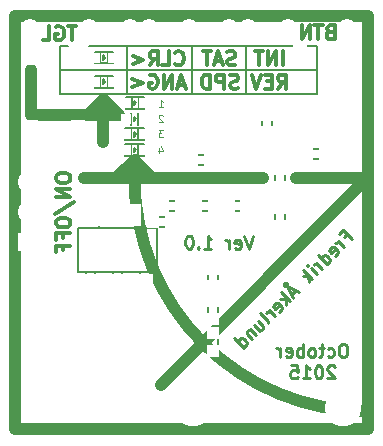
<source format=gbo>
G04 #@! TF.FileFunction,Legend,Bot*
%FSLAX46Y46*%
G04 Gerber Fmt 4.6, Leading zero omitted, Abs format (unit mm)*
G04 Created by KiCad (PCBNEW (2015-03-13 BZR 5510)-product) date ons  4 nov 2015 02:41:53*
%MOMM*%
G01*
G04 APERTURE LIST*
%ADD10C,0.100000*%
%ADD11C,0.275000*%
%ADD12C,1.000000*%
%ADD13C,0.200000*%
%ADD14C,0.300000*%
%ADD15C,0.127000*%
%ADD16C,0.119380*%
%ADD17O,4.100500X2.098980*%
%ADD18O,2.098980X4.100500*%
%ADD19O,2.098980X4.600880*%
%ADD20O,1.400000X1.900000*%
%ADD21R,0.897560X0.897560*%
%ADD22R,0.999160X1.100760*%
%ADD23R,1.100760X0.999160*%
%ADD24R,1.300000X1.850000*%
%ADD25C,3.100000*%
%ADD26R,1.400480X1.900860*%
%ADD27R,3.899840X1.900860*%
%ADD28R,2.299640X1.624000*%
%ADD29O,2.299640X1.624000*%
G04 APERTURE END LIST*
D10*
D11*
X138537142Y-104597619D02*
X138170475Y-105697619D01*
X137803809Y-104597619D01*
X137018095Y-105645238D02*
X137122857Y-105697619D01*
X137332380Y-105697619D01*
X137437142Y-105645238D01*
X137489523Y-105540476D01*
X137489523Y-105121429D01*
X137437142Y-105016667D01*
X137332380Y-104964286D01*
X137122857Y-104964286D01*
X137018095Y-105016667D01*
X136965714Y-105121429D01*
X136965714Y-105226190D01*
X137489523Y-105330952D01*
X136494285Y-105697619D02*
X136494285Y-104964286D01*
X136494285Y-105173810D02*
X136441904Y-105069048D01*
X136389523Y-105016667D01*
X136284761Y-104964286D01*
X136180000Y-104964286D01*
X134399048Y-105697619D02*
X135027619Y-105697619D01*
X134713333Y-105697619D02*
X134713333Y-104597619D01*
X134818095Y-104754762D01*
X134922857Y-104859524D01*
X135027619Y-104911905D01*
X133927619Y-105592857D02*
X133875238Y-105645238D01*
X133927619Y-105697619D01*
X133980000Y-105645238D01*
X133927619Y-105592857D01*
X133927619Y-105697619D01*
X133194285Y-104597619D02*
X133089524Y-104597619D01*
X132984762Y-104650000D01*
X132932381Y-104702381D01*
X132880000Y-104807143D01*
X132827619Y-105016667D01*
X132827619Y-105278571D01*
X132880000Y-105488095D01*
X132932381Y-105592857D01*
X132984762Y-105645238D01*
X133089524Y-105697619D01*
X133194285Y-105697619D01*
X133299047Y-105645238D01*
X133351428Y-105592857D01*
X133403809Y-105488095D01*
X133456190Y-105278571D01*
X133456190Y-105016667D01*
X133403809Y-104807143D01*
X133351428Y-104702381D01*
X133299047Y-104650000D01*
X133194285Y-104597619D01*
D12*
X143470000Y-99700000D02*
X142230000Y-99700000D01*
D11*
X146277618Y-113770119D02*
X146068095Y-113770119D01*
X145963333Y-113822500D01*
X145858571Y-113927262D01*
X145806190Y-114136786D01*
X145806190Y-114503452D01*
X145858571Y-114712976D01*
X145963333Y-114817738D01*
X146068095Y-114870119D01*
X146277618Y-114870119D01*
X146382380Y-114817738D01*
X146487142Y-114712976D01*
X146539523Y-114503452D01*
X146539523Y-114136786D01*
X146487142Y-113927262D01*
X146382380Y-113822500D01*
X146277618Y-113770119D01*
X144863333Y-114817738D02*
X144968095Y-114870119D01*
X145177618Y-114870119D01*
X145282380Y-114817738D01*
X145334761Y-114765357D01*
X145387142Y-114660595D01*
X145387142Y-114346310D01*
X145334761Y-114241548D01*
X145282380Y-114189167D01*
X145177618Y-114136786D01*
X144968095Y-114136786D01*
X144863333Y-114189167D01*
X144549047Y-114136786D02*
X144129999Y-114136786D01*
X144391904Y-113770119D02*
X144391904Y-114712976D01*
X144339523Y-114817738D01*
X144234761Y-114870119D01*
X144129999Y-114870119D01*
X143606190Y-114870119D02*
X143710952Y-114817738D01*
X143763333Y-114765357D01*
X143815714Y-114660595D01*
X143815714Y-114346310D01*
X143763333Y-114241548D01*
X143710952Y-114189167D01*
X143606190Y-114136786D01*
X143449048Y-114136786D01*
X143344286Y-114189167D01*
X143291905Y-114241548D01*
X143239524Y-114346310D01*
X143239524Y-114660595D01*
X143291905Y-114765357D01*
X143344286Y-114817738D01*
X143449048Y-114870119D01*
X143606190Y-114870119D01*
X142768095Y-114870119D02*
X142768095Y-113770119D01*
X142768095Y-114189167D02*
X142663333Y-114136786D01*
X142453810Y-114136786D01*
X142349048Y-114189167D01*
X142296667Y-114241548D01*
X142244286Y-114346310D01*
X142244286Y-114660595D01*
X142296667Y-114765357D01*
X142349048Y-114817738D01*
X142453810Y-114870119D01*
X142663333Y-114870119D01*
X142768095Y-114817738D01*
X141353810Y-114817738D02*
X141458572Y-114870119D01*
X141668095Y-114870119D01*
X141772857Y-114817738D01*
X141825238Y-114712976D01*
X141825238Y-114293929D01*
X141772857Y-114189167D01*
X141668095Y-114136786D01*
X141458572Y-114136786D01*
X141353810Y-114189167D01*
X141301429Y-114293929D01*
X141301429Y-114398690D01*
X141825238Y-114503452D01*
X140830000Y-114870119D02*
X140830000Y-114136786D01*
X140830000Y-114346310D02*
X140777619Y-114241548D01*
X140725238Y-114189167D01*
X140620476Y-114136786D01*
X140515715Y-114136786D01*
X145465714Y-115689881D02*
X145413333Y-115637500D01*
X145308571Y-115585119D01*
X145046667Y-115585119D01*
X144941905Y-115637500D01*
X144889524Y-115689881D01*
X144837143Y-115794643D01*
X144837143Y-115899405D01*
X144889524Y-116056548D01*
X145518095Y-116685119D01*
X144837143Y-116685119D01*
X144156190Y-115585119D02*
X144051429Y-115585119D01*
X143946667Y-115637500D01*
X143894286Y-115689881D01*
X143841905Y-115794643D01*
X143789524Y-116004167D01*
X143789524Y-116266071D01*
X143841905Y-116475595D01*
X143894286Y-116580357D01*
X143946667Y-116632738D01*
X144051429Y-116685119D01*
X144156190Y-116685119D01*
X144260952Y-116632738D01*
X144313333Y-116580357D01*
X144365714Y-116475595D01*
X144418095Y-116266071D01*
X144418095Y-116004167D01*
X144365714Y-115794643D01*
X144313333Y-115689881D01*
X144260952Y-115637500D01*
X144156190Y-115585119D01*
X142741905Y-116685119D02*
X143370476Y-116685119D01*
X143056190Y-116685119D02*
X143056190Y-115585119D01*
X143160952Y-115742262D01*
X143265714Y-115847024D01*
X143370476Y-115899405D01*
X141746667Y-115585119D02*
X142270476Y-115585119D01*
X142322857Y-116108929D01*
X142270476Y-116056548D01*
X142165714Y-116004167D01*
X141903810Y-116004167D01*
X141799048Y-116056548D01*
X141746667Y-116108929D01*
X141694286Y-116213690D01*
X141694286Y-116475595D01*
X141746667Y-116580357D01*
X141799048Y-116632738D01*
X141903810Y-116685119D01*
X142165714Y-116685119D01*
X142270476Y-116632738D01*
X142322857Y-116580357D01*
X146267995Y-104740889D02*
X146527267Y-104481616D01*
X146934695Y-104889044D02*
X146156878Y-104111227D01*
X145786489Y-104481616D01*
X146267995Y-105555745D02*
X145749450Y-105037200D01*
X145897606Y-105185356D02*
X145786489Y-105148317D01*
X145712411Y-105148317D01*
X145601294Y-105185356D01*
X145527217Y-105259433D01*
X145453139Y-106296523D02*
X145564256Y-106259484D01*
X145712411Y-106111329D01*
X145749450Y-106000212D01*
X145712411Y-105889095D01*
X145416100Y-105592784D01*
X145304983Y-105555745D01*
X145193866Y-105592784D01*
X145045711Y-105740939D01*
X145008672Y-105852056D01*
X145045711Y-105963173D01*
X145119788Y-106037250D01*
X145564255Y-105740939D01*
X144786438Y-107037301D02*
X144008621Y-106259484D01*
X144749399Y-107000262D02*
X144860516Y-106963223D01*
X145008671Y-106815068D01*
X145045710Y-106703951D01*
X145045710Y-106629873D01*
X145008671Y-106518756D01*
X144786438Y-106296523D01*
X144675321Y-106259484D01*
X144601244Y-106259484D01*
X144490127Y-106296523D01*
X144341972Y-106444679D01*
X144304933Y-106555795D01*
X144416049Y-107407691D02*
X143897504Y-106889146D01*
X144045660Y-107037302D02*
X143934543Y-107000263D01*
X143860465Y-107000263D01*
X143749348Y-107037302D01*
X143675271Y-107111379D01*
X143934543Y-107889197D02*
X143415998Y-107370652D01*
X143156725Y-107111379D02*
X143230803Y-107111379D01*
X143230803Y-107185457D01*
X143156725Y-107185457D01*
X143156725Y-107111379D01*
X143230803Y-107185457D01*
X143564153Y-108259586D02*
X142786336Y-107481769D01*
X143193764Y-108037352D02*
X143267842Y-108555897D01*
X142749298Y-108037352D02*
X143341920Y-108037352D01*
X142156674Y-109222598D02*
X141786285Y-109592987D01*
X142452986Y-109370754D02*
X141415896Y-108852209D01*
X141934441Y-109889298D01*
X141415896Y-108852209D02*
X141452935Y-108741092D01*
X141415896Y-108629975D01*
X141304779Y-108592936D01*
X141193662Y-108629975D01*
X141156624Y-108741091D01*
X141193663Y-108852208D01*
X141304780Y-108889247D01*
X141415896Y-108852209D01*
X141675168Y-110148571D02*
X140897351Y-109370754D01*
X141304779Y-109926337D02*
X141378858Y-110444882D01*
X140860313Y-109926337D02*
X141452935Y-109926337D01*
X140712157Y-111037505D02*
X140823274Y-111000466D01*
X140971429Y-110852311D01*
X141008468Y-110741194D01*
X140971429Y-110630077D01*
X140675118Y-110333766D01*
X140564001Y-110296727D01*
X140452884Y-110333766D01*
X140304729Y-110481921D01*
X140267690Y-110593038D01*
X140304729Y-110704155D01*
X140378806Y-110778232D01*
X140823273Y-110481921D01*
X140378806Y-111444933D02*
X139860262Y-110926389D01*
X140008417Y-111074544D02*
X139897301Y-111037505D01*
X139823223Y-111037505D01*
X139712106Y-111074544D01*
X139638028Y-111148622D01*
X139786184Y-112037556D02*
X139823223Y-111926439D01*
X139786184Y-111815322D01*
X139119483Y-111148622D01*
X138637978Y-112148672D02*
X139156523Y-112667217D01*
X138971328Y-111815322D02*
X139378756Y-112222750D01*
X139415795Y-112333867D01*
X139378756Y-112444984D01*
X139267640Y-112556100D01*
X139156523Y-112593139D01*
X139082445Y-112593139D01*
X138267588Y-112519062D02*
X138786133Y-113037606D01*
X138341666Y-112593140D02*
X138267588Y-112593140D01*
X138156471Y-112630179D01*
X138045355Y-112741295D01*
X138008316Y-112852412D01*
X138045355Y-112963529D01*
X138452783Y-113370956D01*
X137749044Y-114074696D02*
X136971226Y-113296878D01*
X137712005Y-114037657D02*
X137823122Y-114000618D01*
X137971277Y-113852463D01*
X138008316Y-113741346D01*
X138008316Y-113667268D01*
X137971277Y-113556151D01*
X137749044Y-113333918D01*
X137637927Y-113296879D01*
X137563849Y-113296879D01*
X137452732Y-113333918D01*
X137304577Y-113482073D01*
X137267538Y-113593190D01*
D12*
X128510000Y-99710000D02*
G75*
G03X148300000Y-119480000I19780000J10000D01*
G01*
X130720000Y-117240000D02*
X133040000Y-114920000D01*
X148290000Y-99670000D02*
X130720000Y-117240000D01*
X148320000Y-121010000D02*
X148320000Y-86020000D01*
X128520000Y-98190000D02*
X127050000Y-99660000D01*
X128550000Y-98250000D02*
X129990000Y-99690000D01*
X128560000Y-98310000D02*
X128560000Y-99680000D01*
X124230000Y-99700000D02*
X124200000Y-99700000D01*
X139400000Y-99700000D02*
X124200000Y-99700000D01*
X142560000Y-99700000D02*
X148320000Y-99700000D01*
X125880000Y-93590000D02*
X125880000Y-96660000D01*
X127190000Y-94360000D02*
X126170000Y-93340000D01*
X127180000Y-94370000D02*
X127190000Y-94360000D01*
X127170000Y-94360000D02*
X127180000Y-94370000D01*
X127140000Y-94360000D02*
X127170000Y-94360000D01*
X126780000Y-94360000D02*
X127140000Y-94360000D01*
X126790000Y-94350000D02*
X126780000Y-94360000D01*
X125730000Y-94350000D02*
X126790000Y-94350000D01*
X125950000Y-93120000D02*
X126630000Y-93800000D01*
X124610000Y-94350000D02*
X124560000Y-94350000D01*
X125860000Y-93100000D02*
X124610000Y-94350000D01*
X119750000Y-94350000D02*
X119750000Y-90550000D01*
X125910000Y-94350000D02*
X119750000Y-94350000D01*
X125910000Y-93410000D02*
X125910000Y-94350000D01*
X118400000Y-86020000D02*
X118400000Y-89100000D01*
X148320000Y-86020000D02*
X118400000Y-86020000D01*
X118400000Y-121010000D02*
X148320000Y-121010000D01*
X118400000Y-120590000D02*
X118400000Y-121010000D01*
X118400000Y-88880000D02*
X118400000Y-120590000D01*
D13*
X127970000Y-88570000D02*
X124640000Y-88570000D01*
X122190000Y-88570000D02*
X122190000Y-89800000D01*
X122910000Y-88570000D02*
X122190000Y-88570000D01*
X122190000Y-90560000D02*
X122190000Y-89800000D01*
X124520000Y-92620000D02*
X123940000Y-92620000D01*
X123940000Y-92620000D02*
X122420000Y-92620000D01*
X122190000Y-92450000D02*
X122190000Y-92620000D01*
X122190000Y-92260000D02*
X122190000Y-92450000D01*
X122190000Y-91580000D02*
X122190000Y-92260000D01*
X122420000Y-92620000D02*
X122200000Y-92620000D01*
X127100000Y-92620000D02*
X124520000Y-92620000D01*
X127860000Y-88570000D02*
X127860000Y-92630000D01*
D14*
X131957142Y-90068571D02*
X132014285Y-90125714D01*
X132185714Y-90182857D01*
X132300000Y-90182857D01*
X132471428Y-90125714D01*
X132585714Y-90011429D01*
X132642857Y-89897143D01*
X132700000Y-89668571D01*
X132700000Y-89497143D01*
X132642857Y-89268571D01*
X132585714Y-89154286D01*
X132471428Y-89040000D01*
X132300000Y-88982857D01*
X132185714Y-88982857D01*
X132014285Y-89040000D01*
X131957142Y-89097143D01*
X130871428Y-90182857D02*
X131442857Y-90182857D01*
X131442857Y-88982857D01*
X129785713Y-90182857D02*
X130185713Y-89611429D01*
X130471428Y-90182857D02*
X130471428Y-88982857D01*
X130014285Y-88982857D01*
X129899999Y-89040000D01*
X129842856Y-89097143D01*
X129785713Y-89211429D01*
X129785713Y-89382857D01*
X129842856Y-89497143D01*
X129899999Y-89554286D01*
X130014285Y-89611429D01*
X130471428Y-89611429D01*
X128357142Y-89382857D02*
X129271428Y-89725714D01*
X128357142Y-90068571D01*
X132757143Y-91820000D02*
X132185714Y-91820000D01*
X132871428Y-92162857D02*
X132471428Y-90962857D01*
X132071428Y-92162857D01*
X131671429Y-92162857D02*
X131671429Y-90962857D01*
X130985714Y-92162857D01*
X130985714Y-90962857D01*
X129785714Y-91020000D02*
X129900000Y-90962857D01*
X130071429Y-90962857D01*
X130242857Y-91020000D01*
X130357143Y-91134286D01*
X130414286Y-91248571D01*
X130471429Y-91477143D01*
X130471429Y-91648571D01*
X130414286Y-91877143D01*
X130357143Y-91991429D01*
X130242857Y-92105714D01*
X130071429Y-92162857D01*
X129957143Y-92162857D01*
X129785714Y-92105714D01*
X129728571Y-92048571D01*
X129728571Y-91648571D01*
X129957143Y-91648571D01*
X128300000Y-91362857D02*
X129214286Y-91705714D01*
X128300000Y-92048571D01*
D13*
X128360000Y-88570000D02*
X127940000Y-88570000D01*
X133670000Y-92620000D02*
X127100000Y-92620000D01*
X137920000Y-90370000D02*
X137920000Y-88590000D01*
X137920000Y-90560000D02*
X137920000Y-90370000D01*
X137930000Y-92610000D02*
X137970000Y-92610000D01*
X137930000Y-91390000D02*
X137930000Y-92610000D01*
X137930000Y-90560000D02*
X137940000Y-90560000D01*
X137930000Y-91400000D02*
X137930000Y-90560000D01*
X143960000Y-90550000D02*
X143950000Y-90550000D01*
X143960000Y-92620000D02*
X143960000Y-90550000D01*
X143960000Y-92620000D02*
X143960000Y-92610000D01*
X133430000Y-92620000D02*
X143960000Y-92620000D01*
X133370000Y-92620000D02*
X133430000Y-92620000D01*
X133370000Y-92360000D02*
X133370000Y-92620000D01*
X133370000Y-92350000D02*
X133370000Y-92510000D01*
X133370000Y-91310000D02*
X133370000Y-92560000D01*
X133380000Y-90560000D02*
X133380000Y-88640000D01*
X133370000Y-90550000D02*
X133380000Y-90550000D01*
X133370000Y-91510000D02*
X133370000Y-90550000D01*
X143960000Y-88570000D02*
X128350000Y-88570000D01*
X143960000Y-88750000D02*
X143960000Y-88570000D01*
X143960000Y-90560000D02*
X143960000Y-88750000D01*
X122190000Y-90560000D02*
X122190000Y-91720000D01*
X141320000Y-90560000D02*
X122190000Y-90560000D01*
X141320000Y-90560000D02*
X143940000Y-90560000D01*
D14*
X137044286Y-90125714D02*
X136872857Y-90182857D01*
X136587143Y-90182857D01*
X136472857Y-90125714D01*
X136415714Y-90068571D01*
X136358571Y-89954286D01*
X136358571Y-89840000D01*
X136415714Y-89725714D01*
X136472857Y-89668571D01*
X136587143Y-89611429D01*
X136815714Y-89554286D01*
X136930000Y-89497143D01*
X136987143Y-89440000D01*
X137044286Y-89325714D01*
X137044286Y-89211429D01*
X136987143Y-89097143D01*
X136930000Y-89040000D01*
X136815714Y-88982857D01*
X136530000Y-88982857D01*
X136358571Y-89040000D01*
X135901429Y-89840000D02*
X135330000Y-89840000D01*
X136015714Y-90182857D02*
X135615714Y-88982857D01*
X135215714Y-90182857D01*
X134987143Y-88982857D02*
X134301429Y-88982857D01*
X134644286Y-90182857D02*
X134644286Y-88982857D01*
X137272857Y-92105714D02*
X137101428Y-92162857D01*
X136815714Y-92162857D01*
X136701428Y-92105714D01*
X136644285Y-92048571D01*
X136587142Y-91934286D01*
X136587142Y-91820000D01*
X136644285Y-91705714D01*
X136701428Y-91648571D01*
X136815714Y-91591429D01*
X137044285Y-91534286D01*
X137158571Y-91477143D01*
X137215714Y-91420000D01*
X137272857Y-91305714D01*
X137272857Y-91191429D01*
X137215714Y-91077143D01*
X137158571Y-91020000D01*
X137044285Y-90962857D01*
X136758571Y-90962857D01*
X136587142Y-91020000D01*
X136072857Y-92162857D02*
X136072857Y-90962857D01*
X135615714Y-90962857D01*
X135501428Y-91020000D01*
X135444285Y-91077143D01*
X135387142Y-91191429D01*
X135387142Y-91362857D01*
X135444285Y-91477143D01*
X135501428Y-91534286D01*
X135615714Y-91591429D01*
X136072857Y-91591429D01*
X134872857Y-92162857D02*
X134872857Y-90962857D01*
X134587142Y-90962857D01*
X134415714Y-91020000D01*
X134301428Y-91134286D01*
X134244285Y-91248571D01*
X134187142Y-91477143D01*
X134187142Y-91648571D01*
X134244285Y-91877143D01*
X134301428Y-91991429D01*
X134415714Y-92105714D01*
X134587142Y-92162857D01*
X134872857Y-92162857D01*
X141065715Y-90192857D02*
X141065715Y-88992857D01*
X140494286Y-90192857D02*
X140494286Y-88992857D01*
X139808571Y-90192857D01*
X139808571Y-88992857D01*
X139408571Y-88992857D02*
X138722857Y-88992857D01*
X139065714Y-90192857D02*
X139065714Y-88992857D01*
X140665713Y-92172857D02*
X141065713Y-91601429D01*
X141351428Y-92172857D02*
X141351428Y-90972857D01*
X140894285Y-90972857D01*
X140779999Y-91030000D01*
X140722856Y-91087143D01*
X140665713Y-91201429D01*
X140665713Y-91372857D01*
X140722856Y-91487143D01*
X140779999Y-91544286D01*
X140894285Y-91601429D01*
X141351428Y-91601429D01*
X140151428Y-91544286D02*
X139751428Y-91544286D01*
X139579999Y-92172857D02*
X140151428Y-92172857D01*
X140151428Y-90972857D01*
X139579999Y-90972857D01*
X139237142Y-90972857D02*
X138837142Y-92172857D01*
X138437142Y-90972857D01*
D15*
X128849720Y-94219620D02*
X128849720Y-95220380D01*
X128250280Y-95220380D02*
X128250280Y-94219620D01*
X128550000Y-94620940D02*
X128550000Y-94819060D01*
X128450940Y-94920660D02*
X128450940Y-94519340D01*
X128450940Y-94519340D02*
X128649060Y-94720000D01*
X128649060Y-94720000D02*
X128450940Y-94920660D01*
X131388800Y-103013600D02*
X131388800Y-103826400D01*
X130271200Y-103801000D02*
X130271200Y-103013600D01*
X130017200Y-103826400D02*
X131642800Y-103826400D01*
X131642800Y-103826400D02*
X131642800Y-103013600D01*
X131642800Y-103013600D02*
X130017200Y-103013600D01*
X130017200Y-103013600D02*
X130017200Y-103826400D01*
X136681200Y-102506400D02*
X136681200Y-101693600D01*
X137798800Y-101719000D02*
X137798800Y-102506400D01*
X138052800Y-101693600D02*
X136427200Y-101693600D01*
X136427200Y-101693600D02*
X136427200Y-102506400D01*
X136427200Y-102506400D02*
X138052800Y-102506400D01*
X138052800Y-102506400D02*
X138052800Y-101693600D01*
X131141200Y-102506400D02*
X131141200Y-101693600D01*
X132258800Y-101719000D02*
X132258800Y-102506400D01*
X132512800Y-101693600D02*
X130887200Y-101693600D01*
X130887200Y-101693600D02*
X130887200Y-102506400D01*
X130887200Y-102506400D02*
X132512800Y-102506400D01*
X132512800Y-102506400D02*
X132512800Y-101693600D01*
X134728800Y-97783600D02*
X134728800Y-98596400D01*
X133611200Y-98571000D02*
X133611200Y-97783600D01*
X133357200Y-98596400D02*
X134982800Y-98596400D01*
X134982800Y-98596400D02*
X134982800Y-97783600D01*
X134982800Y-97783600D02*
X133357200Y-97783600D01*
X133357200Y-97783600D02*
X133357200Y-98596400D01*
X139333600Y-94551200D02*
X140146400Y-94551200D01*
X140121000Y-95668800D02*
X139333600Y-95668800D01*
X140146400Y-95922800D02*
X140146400Y-94297200D01*
X140146400Y-94297200D02*
X139333600Y-94297200D01*
X139333600Y-94297200D02*
X139333600Y-95922800D01*
X139333600Y-95922800D02*
X140146400Y-95922800D01*
X133921200Y-102506400D02*
X133921200Y-101693600D01*
X135038800Y-101719000D02*
X135038800Y-102506400D01*
X135292800Y-101693600D02*
X133667200Y-101693600D01*
X133667200Y-101693600D02*
X133667200Y-102506400D01*
X133667200Y-102506400D02*
X135292800Y-102506400D01*
X135292800Y-102506400D02*
X135292800Y-101693600D01*
X134773600Y-113031200D02*
X135586400Y-113031200D01*
X135561000Y-114148800D02*
X134773600Y-114148800D01*
X135586400Y-114402800D02*
X135586400Y-112777200D01*
X135586400Y-112777200D02*
X134773600Y-112777200D01*
X134773600Y-112777200D02*
X134773600Y-114402800D01*
X134773600Y-114402800D02*
X135586400Y-114402800D01*
X134773600Y-110311200D02*
X135586400Y-110311200D01*
X135561000Y-111428800D02*
X134773600Y-111428800D01*
X135586400Y-111682800D02*
X135586400Y-110057200D01*
X135586400Y-110057200D02*
X134773600Y-110057200D01*
X134773600Y-110057200D02*
X134773600Y-111682800D01*
X134773600Y-111682800D02*
X135586400Y-111682800D01*
X134773600Y-107581200D02*
X135586400Y-107581200D01*
X135561000Y-108698800D02*
X134773600Y-108698800D01*
X135586400Y-108952800D02*
X135586400Y-107327200D01*
X135586400Y-107327200D02*
X134773600Y-107327200D01*
X134773600Y-107327200D02*
X134773600Y-108952800D01*
X134773600Y-108952800D02*
X135586400Y-108952800D01*
X140413600Y-102451200D02*
X141226400Y-102451200D01*
X141201000Y-103568800D02*
X140413600Y-103568800D01*
X141226400Y-103822800D02*
X141226400Y-102197200D01*
X141226400Y-102197200D02*
X140413600Y-102197200D01*
X140413600Y-102197200D02*
X140413600Y-103822800D01*
X140413600Y-103822800D02*
X141226400Y-103822800D01*
X140413600Y-99151200D02*
X141226400Y-99151200D01*
X141201000Y-100268800D02*
X140413600Y-100268800D01*
X141226400Y-100522800D02*
X141226400Y-98897200D01*
X141226400Y-98897200D02*
X140413600Y-98897200D01*
X140413600Y-98897200D02*
X140413600Y-100522800D01*
X140413600Y-100522800D02*
X141226400Y-100522800D01*
X144438800Y-97263600D02*
X144438800Y-98076400D01*
X143321200Y-98051000D02*
X143321200Y-97263600D01*
X143067200Y-98076400D02*
X144692800Y-98076400D01*
X144692800Y-98076400D02*
X144692800Y-97263600D01*
X144692800Y-97263600D02*
X143067200Y-97263600D01*
X143067200Y-97263600D02*
X143067200Y-98076400D01*
X128629400Y-102165100D02*
X125530600Y-102165100D01*
X125530600Y-102165100D02*
X125530600Y-103955800D01*
X128629400Y-102165100D02*
X128629400Y-103955800D01*
X125187700Y-109454900D02*
X124374900Y-109454900D01*
X124374900Y-109454900D02*
X124374900Y-107664200D01*
X125187700Y-109454900D02*
X125187700Y-107664200D01*
X127486400Y-109454900D02*
X127486400Y-107664200D01*
X126673600Y-109454900D02*
X126673600Y-107664200D01*
X127486400Y-109454900D02*
X126673600Y-109454900D01*
X129785100Y-109454900D02*
X128972300Y-109454900D01*
X128972300Y-109454900D02*
X128972300Y-107664200D01*
X129785100Y-109454900D02*
X129785100Y-107664200D01*
X123727200Y-107664200D02*
X130432800Y-107664200D01*
X130432800Y-107664200D02*
X130432800Y-103955800D01*
X130432800Y-103955800D02*
X123727200Y-103955800D01*
X123727200Y-103955800D02*
X123727200Y-107664200D01*
X126229720Y-89019620D02*
X126229720Y-90020380D01*
X125630280Y-90020380D02*
X125630280Y-89019620D01*
X125930000Y-89420940D02*
X125930000Y-89619060D01*
X125830940Y-89720660D02*
X125830940Y-89319340D01*
X125830940Y-89319340D02*
X126029060Y-89520000D01*
X126029060Y-89520000D02*
X125830940Y-89720660D01*
X125129900Y-90020380D02*
X126730100Y-90020380D01*
X126730100Y-90020380D02*
X126730100Y-89019620D01*
X126730100Y-89019620D02*
X125129900Y-89019620D01*
X125129900Y-89019620D02*
X125129900Y-90020380D01*
X128859720Y-92879620D02*
X128859720Y-93880380D01*
X128260280Y-93880380D02*
X128260280Y-92879620D01*
X128560000Y-93280940D02*
X128560000Y-93479060D01*
X128460940Y-93580660D02*
X128460940Y-93179340D01*
X128460940Y-93179340D02*
X128659060Y-93380000D01*
X128659060Y-93380000D02*
X128460940Y-93580660D01*
X127759900Y-93880380D02*
X129360100Y-93880380D01*
X129360100Y-93880380D02*
X129360100Y-92879620D01*
X129360100Y-92879620D02*
X127759900Y-92879620D01*
X127759900Y-92879620D02*
X127759900Y-93880380D01*
X128839720Y-95509620D02*
X128839720Y-96510380D01*
X128240280Y-96510380D02*
X128240280Y-95509620D01*
X128540000Y-95910940D02*
X128540000Y-96109060D01*
X128440940Y-96210660D02*
X128440940Y-95809340D01*
X128440940Y-95809340D02*
X128639060Y-96010000D01*
X128639060Y-96010000D02*
X128440940Y-96210660D01*
X127739900Y-96510380D02*
X129340100Y-96510380D01*
X129340100Y-96510380D02*
X129340100Y-95509620D01*
X129340100Y-95509620D02*
X127739900Y-95509620D01*
X127739900Y-95509620D02*
X127739900Y-96510380D01*
X126229720Y-91069620D02*
X126229720Y-92070380D01*
X125630280Y-92070380D02*
X125630280Y-91069620D01*
X125930000Y-91470940D02*
X125930000Y-91669060D01*
X125830940Y-91770660D02*
X125830940Y-91369340D01*
X125830940Y-91369340D02*
X126029060Y-91570000D01*
X126029060Y-91570000D02*
X125830940Y-91770660D01*
X125129900Y-92070380D02*
X126730100Y-92070380D01*
X126730100Y-92070380D02*
X126730100Y-91069620D01*
X126730100Y-91069620D02*
X125129900Y-91069620D01*
X125129900Y-91069620D02*
X125129900Y-92070380D01*
X128839720Y-96839620D02*
X128839720Y-97840380D01*
X128240280Y-97840380D02*
X128240280Y-96839620D01*
X128540000Y-97240940D02*
X128540000Y-97439060D01*
X128440940Y-97540660D02*
X128440940Y-97139340D01*
X128440940Y-97139340D02*
X128639060Y-97340000D01*
X128639060Y-97340000D02*
X128440940Y-97540660D01*
X127739900Y-97840380D02*
X129340100Y-97840380D01*
X129340100Y-97840380D02*
X129340100Y-96839620D01*
X129340100Y-96839620D02*
X127739900Y-96839620D01*
X127739900Y-96839620D02*
X127739900Y-97840380D01*
D16*
X130901268Y-94438825D02*
X130872723Y-94410280D01*
X130815634Y-94381735D01*
X130672910Y-94381735D01*
X130615820Y-94410280D01*
X130587276Y-94438825D01*
X130558731Y-94495914D01*
X130558731Y-94553004D01*
X130587276Y-94638638D01*
X130929813Y-94981175D01*
X130558731Y-94981175D01*
D14*
X145060000Y-87364286D02*
X144888571Y-87421429D01*
X144831428Y-87478571D01*
X144774285Y-87592857D01*
X144774285Y-87764286D01*
X144831428Y-87878571D01*
X144888571Y-87935714D01*
X145002857Y-87992857D01*
X145460000Y-87992857D01*
X145460000Y-86792857D01*
X145060000Y-86792857D01*
X144945714Y-86850000D01*
X144888571Y-86907143D01*
X144831428Y-87021429D01*
X144831428Y-87135714D01*
X144888571Y-87250000D01*
X144945714Y-87307143D01*
X145060000Y-87364286D01*
X145460000Y-87364286D01*
X144431428Y-86792857D02*
X143745714Y-86792857D01*
X144088571Y-87992857D02*
X144088571Y-86792857D01*
X143345714Y-87992857D02*
X143345714Y-86792857D01*
X142659999Y-87992857D01*
X142659999Y-86792857D01*
X123588571Y-86862857D02*
X122902857Y-86862857D01*
X123245714Y-88062857D02*
X123245714Y-86862857D01*
X121874285Y-86920000D02*
X121988571Y-86862857D01*
X122160000Y-86862857D01*
X122331428Y-86920000D01*
X122445714Y-87034286D01*
X122502857Y-87148571D01*
X122560000Y-87377143D01*
X122560000Y-87548571D01*
X122502857Y-87777143D01*
X122445714Y-87891429D01*
X122331428Y-88005714D01*
X122160000Y-88062857D01*
X122045714Y-88062857D01*
X121874285Y-88005714D01*
X121817142Y-87948571D01*
X121817142Y-87548571D01*
X122045714Y-87548571D01*
X120731428Y-88062857D02*
X121302857Y-88062857D01*
X121302857Y-86862857D01*
D16*
X130568731Y-93681175D02*
X130911268Y-93681175D01*
X130739999Y-93681175D02*
X130739999Y-93081735D01*
X130797089Y-93167370D01*
X130854178Y-93224459D01*
X130911268Y-93253004D01*
X130939813Y-95681735D02*
X130568731Y-95681735D01*
X130768544Y-95910093D01*
X130682910Y-95910093D01*
X130625820Y-95938638D01*
X130597276Y-95967183D01*
X130568731Y-96024272D01*
X130568731Y-96166996D01*
X130597276Y-96224086D01*
X130625820Y-96252630D01*
X130682910Y-96281175D01*
X130854178Y-96281175D01*
X130911268Y-96252630D01*
X130939813Y-96224086D01*
X128982443Y-98710995D02*
X128982443Y-98111555D01*
X128839719Y-98111555D01*
X128754085Y-98140100D01*
X128696996Y-98197190D01*
X128668451Y-98254279D01*
X128639906Y-98368458D01*
X128639906Y-98454092D01*
X128668451Y-98568271D01*
X128696996Y-98625361D01*
X128754085Y-98682450D01*
X128839719Y-98710995D01*
X128982443Y-98710995D01*
X128126100Y-98111555D02*
X128240279Y-98111555D01*
X128297369Y-98140100D01*
X128325914Y-98168645D01*
X128383003Y-98254279D01*
X128411548Y-98368458D01*
X128411548Y-98596816D01*
X128383003Y-98653906D01*
X128354458Y-98682450D01*
X128297369Y-98710995D01*
X128183190Y-98710995D01*
X128126100Y-98682450D01*
X128097556Y-98653906D01*
X128069011Y-98596816D01*
X128069011Y-98454092D01*
X128097556Y-98397003D01*
X128126100Y-98368458D01*
X128183190Y-98339913D01*
X128297369Y-98339913D01*
X128354458Y-98368458D01*
X128383003Y-98397003D01*
X128411548Y-98454092D01*
X130625820Y-97221549D02*
X130625820Y-97621175D01*
X130768544Y-96993190D02*
X130911268Y-97421362D01*
X130540186Y-97421362D01*
D14*
X121872857Y-99611429D02*
X121872857Y-99840000D01*
X121930000Y-99954286D01*
X122044286Y-100068572D01*
X122272857Y-100125714D01*
X122672857Y-100125714D01*
X122901429Y-100068572D01*
X123015714Y-99954286D01*
X123072857Y-99840000D01*
X123072857Y-99611429D01*
X123015714Y-99497143D01*
X122901429Y-99382857D01*
X122672857Y-99325714D01*
X122272857Y-99325714D01*
X122044286Y-99382857D01*
X121930000Y-99497143D01*
X121872857Y-99611429D01*
X123072857Y-100640000D02*
X121872857Y-100640000D01*
X123072857Y-101325715D01*
X121872857Y-101325715D01*
X121815714Y-102754286D02*
X123358571Y-101725715D01*
X121872857Y-103382858D02*
X121872857Y-103611429D01*
X121930000Y-103725715D01*
X122044286Y-103840001D01*
X122272857Y-103897143D01*
X122672857Y-103897143D01*
X122901429Y-103840001D01*
X123015714Y-103725715D01*
X123072857Y-103611429D01*
X123072857Y-103382858D01*
X123015714Y-103268572D01*
X122901429Y-103154286D01*
X122672857Y-103097143D01*
X122272857Y-103097143D01*
X122044286Y-103154286D01*
X121930000Y-103268572D01*
X121872857Y-103382858D01*
X122444286Y-104811429D02*
X122444286Y-104411429D01*
X123072857Y-104411429D02*
X121872857Y-104411429D01*
X121872857Y-104982858D01*
X122444286Y-105840000D02*
X122444286Y-105440000D01*
X123072857Y-105440000D02*
X121872857Y-105440000D01*
X121872857Y-106011429D01*
%LPC*%
D17*
X123160120Y-118270980D03*
D18*
X119908920Y-112970000D03*
D19*
X125910940Y-112970000D03*
D20*
X136540000Y-87220000D03*
X141540000Y-87220000D03*
X146540000Y-87220000D03*
X128160000Y-87220000D03*
X133160000Y-87220000D03*
X138160000Y-87220000D03*
X119700000Y-87220000D03*
X124700000Y-87220000D03*
X129700000Y-87220000D03*
D21*
X127800700Y-94720000D03*
X129299300Y-94720000D03*
D22*
X131581840Y-103420000D03*
X130078160Y-103420000D03*
X136488160Y-102100000D03*
X137991840Y-102100000D03*
X130948160Y-102100000D03*
X132451840Y-102100000D03*
X134921840Y-98190000D03*
X133418160Y-98190000D03*
D23*
X139740000Y-94358160D03*
X139740000Y-95861840D03*
D22*
X133728160Y-102100000D03*
X135231840Y-102100000D03*
D23*
X135180000Y-112838160D03*
X135180000Y-114341840D03*
X135180000Y-110118160D03*
X135180000Y-111621840D03*
X135180000Y-107388160D03*
X135180000Y-108891840D03*
X140820000Y-102258160D03*
X140820000Y-103761840D03*
X140820000Y-98958160D03*
X140820000Y-100461840D03*
D22*
X144631840Y-97670000D03*
X143128160Y-97670000D03*
D24*
X146490000Y-95920000D03*
X142490000Y-95920000D03*
X146490000Y-89420000D03*
X142490000Y-89420000D03*
X123770000Y-95750000D03*
X119770000Y-95750000D03*
X123770000Y-89250000D03*
X119770000Y-89250000D03*
D25*
X146150000Y-109460000D03*
X146150000Y-119200000D03*
X133500000Y-119200000D03*
D26*
X129381240Y-108809740D03*
X127080000Y-108809740D03*
X124778760Y-108809740D03*
D27*
X127080000Y-102810260D03*
D21*
X125180700Y-89520000D03*
X126679300Y-89520000D03*
X127810700Y-93380000D03*
X129309300Y-93380000D03*
X127790700Y-96010000D03*
X129289300Y-96010000D03*
X125180700Y-91570000D03*
X126679300Y-91570000D03*
X127790700Y-97340000D03*
X129289300Y-97340000D03*
D28*
X119720000Y-105170000D03*
D29*
X119720000Y-102630000D03*
X119720000Y-100090000D03*
D28*
X123580000Y-114400000D03*
D29*
X123580000Y-111860000D03*
M02*

</source>
